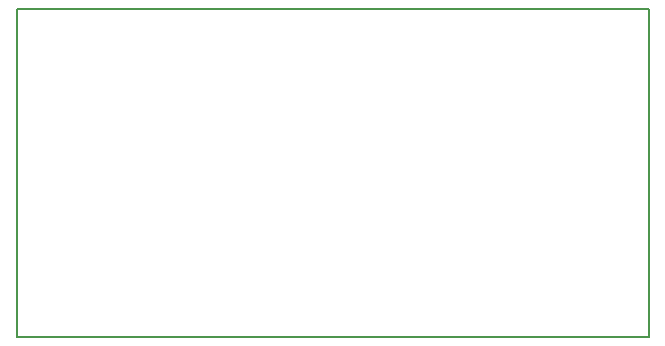
<source format=gm1>
G04 MADE WITH FRITZING*
G04 WWW.FRITZING.ORG*
G04 DOUBLE SIDED*
G04 HOLES PLATED*
G04 CONTOUR ON CENTER OF CONTOUR VECTOR*
%ASAXBY*%
%FSLAX23Y23*%
%MOIN*%
%OFA0B0*%
%SFA1.0B1.0*%
%ADD10R,2.112960X1.099610*%
%ADD11C,0.008000*%
%ADD10C,0.008*%
%LNCONTOUR*%
G90*
G70*
G54D10*
G54D11*
X4Y1096D02*
X2109Y1096D01*
X2109Y4D01*
X4Y4D01*
X4Y1096D01*
D02*
G04 End of contour*
M02*
</source>
